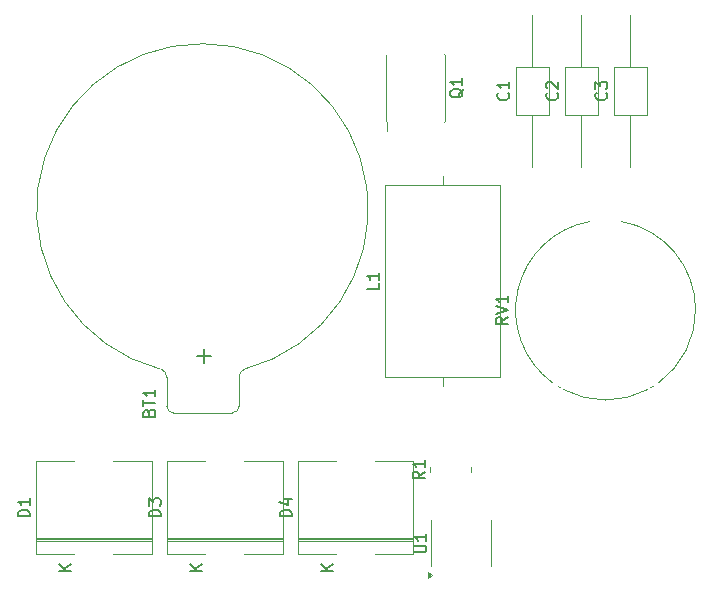
<source format=gbr>
%TF.GenerationSoftware,KiCad,Pcbnew,9.0.0*%
%TF.CreationDate,2025-03-24T09:19:30+05:30*%
%TF.ProjectId,boost_converter,626f6f73-745f-4636-9f6e-766572746572,rev?*%
%TF.SameCoordinates,Original*%
%TF.FileFunction,Legend,Top*%
%TF.FilePolarity,Positive*%
%FSLAX46Y46*%
G04 Gerber Fmt 4.6, Leading zero omitted, Abs format (unit mm)*
G04 Created by KiCad (PCBNEW 9.0.0) date 2025-03-24 09:19:30*
%MOMM*%
%LPD*%
G01*
G04 APERTURE LIST*
%ADD10C,0.150000*%
%ADD11C,0.120000*%
G04 APERTURE END LIST*
D10*
X147974819Y-107976666D02*
X147498628Y-108309999D01*
X147974819Y-108548094D02*
X146974819Y-108548094D01*
X146974819Y-108548094D02*
X146974819Y-108167142D01*
X146974819Y-108167142D02*
X147022438Y-108071904D01*
X147022438Y-108071904D02*
X147070057Y-108024285D01*
X147070057Y-108024285D02*
X147165295Y-107976666D01*
X147165295Y-107976666D02*
X147308152Y-107976666D01*
X147308152Y-107976666D02*
X147403390Y-108024285D01*
X147403390Y-108024285D02*
X147451009Y-108071904D01*
X147451009Y-108071904D02*
X147498628Y-108167142D01*
X147498628Y-108167142D02*
X147498628Y-108548094D01*
X147974819Y-107024285D02*
X147974819Y-107595713D01*
X147974819Y-107309999D02*
X146974819Y-107309999D01*
X146974819Y-107309999D02*
X147117676Y-107405237D01*
X147117676Y-107405237D02*
X147212914Y-107500475D01*
X147212914Y-107500475D02*
X147260533Y-107595713D01*
X155039580Y-75916666D02*
X155087200Y-75964285D01*
X155087200Y-75964285D02*
X155134819Y-76107142D01*
X155134819Y-76107142D02*
X155134819Y-76202380D01*
X155134819Y-76202380D02*
X155087200Y-76345237D01*
X155087200Y-76345237D02*
X154991961Y-76440475D01*
X154991961Y-76440475D02*
X154896723Y-76488094D01*
X154896723Y-76488094D02*
X154706247Y-76535713D01*
X154706247Y-76535713D02*
X154563390Y-76535713D01*
X154563390Y-76535713D02*
X154372914Y-76488094D01*
X154372914Y-76488094D02*
X154277676Y-76440475D01*
X154277676Y-76440475D02*
X154182438Y-76345237D01*
X154182438Y-76345237D02*
X154134819Y-76202380D01*
X154134819Y-76202380D02*
X154134819Y-76107142D01*
X154134819Y-76107142D02*
X154182438Y-75964285D01*
X154182438Y-75964285D02*
X154230057Y-75916666D01*
X155134819Y-74964285D02*
X155134819Y-75535713D01*
X155134819Y-75249999D02*
X154134819Y-75249999D01*
X154134819Y-75249999D02*
X154277676Y-75345237D01*
X154277676Y-75345237D02*
X154372914Y-75440475D01*
X154372914Y-75440475D02*
X154420533Y-75535713D01*
X151250057Y-75575238D02*
X151202438Y-75670476D01*
X151202438Y-75670476D02*
X151107200Y-75765714D01*
X151107200Y-75765714D02*
X150964342Y-75908571D01*
X150964342Y-75908571D02*
X150916723Y-76003809D01*
X150916723Y-76003809D02*
X150916723Y-76099047D01*
X151154819Y-76051428D02*
X151107200Y-76146666D01*
X151107200Y-76146666D02*
X151011961Y-76241904D01*
X151011961Y-76241904D02*
X150821485Y-76289523D01*
X150821485Y-76289523D02*
X150488152Y-76289523D01*
X150488152Y-76289523D02*
X150297676Y-76241904D01*
X150297676Y-76241904D02*
X150202438Y-76146666D01*
X150202438Y-76146666D02*
X150154819Y-76051428D01*
X150154819Y-76051428D02*
X150154819Y-75860952D01*
X150154819Y-75860952D02*
X150202438Y-75765714D01*
X150202438Y-75765714D02*
X150297676Y-75670476D01*
X150297676Y-75670476D02*
X150488152Y-75622857D01*
X150488152Y-75622857D02*
X150821485Y-75622857D01*
X150821485Y-75622857D02*
X151011961Y-75670476D01*
X151011961Y-75670476D02*
X151107200Y-75765714D01*
X151107200Y-75765714D02*
X151154819Y-75860952D01*
X151154819Y-75860952D02*
X151154819Y-76051428D01*
X151154819Y-74670476D02*
X151154819Y-75241904D01*
X151154819Y-74956190D02*
X150154819Y-74956190D01*
X150154819Y-74956190D02*
X150297676Y-75051428D01*
X150297676Y-75051428D02*
X150392914Y-75146666D01*
X150392914Y-75146666D02*
X150440533Y-75241904D01*
X144084819Y-92006666D02*
X144084819Y-92482856D01*
X144084819Y-92482856D02*
X143084819Y-92482856D01*
X144084819Y-91149523D02*
X144084819Y-91720951D01*
X144084819Y-91435237D02*
X143084819Y-91435237D01*
X143084819Y-91435237D02*
X143227676Y-91530475D01*
X143227676Y-91530475D02*
X143322914Y-91625713D01*
X143322914Y-91625713D02*
X143370533Y-91720951D01*
X159189580Y-75916666D02*
X159237200Y-75964285D01*
X159237200Y-75964285D02*
X159284819Y-76107142D01*
X159284819Y-76107142D02*
X159284819Y-76202380D01*
X159284819Y-76202380D02*
X159237200Y-76345237D01*
X159237200Y-76345237D02*
X159141961Y-76440475D01*
X159141961Y-76440475D02*
X159046723Y-76488094D01*
X159046723Y-76488094D02*
X158856247Y-76535713D01*
X158856247Y-76535713D02*
X158713390Y-76535713D01*
X158713390Y-76535713D02*
X158522914Y-76488094D01*
X158522914Y-76488094D02*
X158427676Y-76440475D01*
X158427676Y-76440475D02*
X158332438Y-76345237D01*
X158332438Y-76345237D02*
X158284819Y-76202380D01*
X158284819Y-76202380D02*
X158284819Y-76107142D01*
X158284819Y-76107142D02*
X158332438Y-75964285D01*
X158332438Y-75964285D02*
X158380057Y-75916666D01*
X158380057Y-75535713D02*
X158332438Y-75488094D01*
X158332438Y-75488094D02*
X158284819Y-75392856D01*
X158284819Y-75392856D02*
X158284819Y-75154761D01*
X158284819Y-75154761D02*
X158332438Y-75059523D01*
X158332438Y-75059523D02*
X158380057Y-75011904D01*
X158380057Y-75011904D02*
X158475295Y-74964285D01*
X158475295Y-74964285D02*
X158570533Y-74964285D01*
X158570533Y-74964285D02*
X158713390Y-75011904D01*
X158713390Y-75011904D02*
X159284819Y-75583332D01*
X159284819Y-75583332D02*
X159284819Y-74964285D01*
X125629819Y-111768094D02*
X124629819Y-111768094D01*
X124629819Y-111768094D02*
X124629819Y-111529999D01*
X124629819Y-111529999D02*
X124677438Y-111387142D01*
X124677438Y-111387142D02*
X124772676Y-111291904D01*
X124772676Y-111291904D02*
X124867914Y-111244285D01*
X124867914Y-111244285D02*
X125058390Y-111196666D01*
X125058390Y-111196666D02*
X125201247Y-111196666D01*
X125201247Y-111196666D02*
X125391723Y-111244285D01*
X125391723Y-111244285D02*
X125486961Y-111291904D01*
X125486961Y-111291904D02*
X125582200Y-111387142D01*
X125582200Y-111387142D02*
X125629819Y-111529999D01*
X125629819Y-111529999D02*
X125629819Y-111768094D01*
X124629819Y-110863332D02*
X124629819Y-110244285D01*
X124629819Y-110244285D02*
X125010771Y-110577618D01*
X125010771Y-110577618D02*
X125010771Y-110434761D01*
X125010771Y-110434761D02*
X125058390Y-110339523D01*
X125058390Y-110339523D02*
X125106009Y-110291904D01*
X125106009Y-110291904D02*
X125201247Y-110244285D01*
X125201247Y-110244285D02*
X125439342Y-110244285D01*
X125439342Y-110244285D02*
X125534580Y-110291904D01*
X125534580Y-110291904D02*
X125582200Y-110339523D01*
X125582200Y-110339523D02*
X125629819Y-110434761D01*
X125629819Y-110434761D02*
X125629819Y-110720475D01*
X125629819Y-110720475D02*
X125582200Y-110815713D01*
X125582200Y-110815713D02*
X125534580Y-110863332D01*
X129114819Y-116371904D02*
X128114819Y-116371904D01*
X129114819Y-115800476D02*
X128543390Y-116229047D01*
X128114819Y-115800476D02*
X128686247Y-116371904D01*
X136719819Y-111768094D02*
X135719819Y-111768094D01*
X135719819Y-111768094D02*
X135719819Y-111529999D01*
X135719819Y-111529999D02*
X135767438Y-111387142D01*
X135767438Y-111387142D02*
X135862676Y-111291904D01*
X135862676Y-111291904D02*
X135957914Y-111244285D01*
X135957914Y-111244285D02*
X136148390Y-111196666D01*
X136148390Y-111196666D02*
X136291247Y-111196666D01*
X136291247Y-111196666D02*
X136481723Y-111244285D01*
X136481723Y-111244285D02*
X136576961Y-111291904D01*
X136576961Y-111291904D02*
X136672200Y-111387142D01*
X136672200Y-111387142D02*
X136719819Y-111529999D01*
X136719819Y-111529999D02*
X136719819Y-111768094D01*
X136053152Y-110339523D02*
X136719819Y-110339523D01*
X135672200Y-110577618D02*
X136386485Y-110815713D01*
X136386485Y-110815713D02*
X136386485Y-110196666D01*
X140204819Y-116371904D02*
X139204819Y-116371904D01*
X140204819Y-115800476D02*
X139633390Y-116229047D01*
X139204819Y-115800476D02*
X139776247Y-116371904D01*
X163339580Y-75916666D02*
X163387200Y-75964285D01*
X163387200Y-75964285D02*
X163434819Y-76107142D01*
X163434819Y-76107142D02*
X163434819Y-76202380D01*
X163434819Y-76202380D02*
X163387200Y-76345237D01*
X163387200Y-76345237D02*
X163291961Y-76440475D01*
X163291961Y-76440475D02*
X163196723Y-76488094D01*
X163196723Y-76488094D02*
X163006247Y-76535713D01*
X163006247Y-76535713D02*
X162863390Y-76535713D01*
X162863390Y-76535713D02*
X162672914Y-76488094D01*
X162672914Y-76488094D02*
X162577676Y-76440475D01*
X162577676Y-76440475D02*
X162482438Y-76345237D01*
X162482438Y-76345237D02*
X162434819Y-76202380D01*
X162434819Y-76202380D02*
X162434819Y-76107142D01*
X162434819Y-76107142D02*
X162482438Y-75964285D01*
X162482438Y-75964285D02*
X162530057Y-75916666D01*
X162434819Y-75583332D02*
X162434819Y-74964285D01*
X162434819Y-74964285D02*
X162815771Y-75297618D01*
X162815771Y-75297618D02*
X162815771Y-75154761D01*
X162815771Y-75154761D02*
X162863390Y-75059523D01*
X162863390Y-75059523D02*
X162911009Y-75011904D01*
X162911009Y-75011904D02*
X163006247Y-74964285D01*
X163006247Y-74964285D02*
X163244342Y-74964285D01*
X163244342Y-74964285D02*
X163339580Y-75011904D01*
X163339580Y-75011904D02*
X163387200Y-75059523D01*
X163387200Y-75059523D02*
X163434819Y-75154761D01*
X163434819Y-75154761D02*
X163434819Y-75440475D01*
X163434819Y-75440475D02*
X163387200Y-75535713D01*
X163387200Y-75535713D02*
X163339580Y-75583332D01*
X124635589Y-102985714D02*
X124683208Y-102842857D01*
X124683208Y-102842857D02*
X124730827Y-102795238D01*
X124730827Y-102795238D02*
X124826065Y-102747619D01*
X124826065Y-102747619D02*
X124968922Y-102747619D01*
X124968922Y-102747619D02*
X125064160Y-102795238D01*
X125064160Y-102795238D02*
X125111780Y-102842857D01*
X125111780Y-102842857D02*
X125159399Y-102938095D01*
X125159399Y-102938095D02*
X125159399Y-103319047D01*
X125159399Y-103319047D02*
X124159399Y-103319047D01*
X124159399Y-103319047D02*
X124159399Y-102985714D01*
X124159399Y-102985714D02*
X124207018Y-102890476D01*
X124207018Y-102890476D02*
X124254637Y-102842857D01*
X124254637Y-102842857D02*
X124349875Y-102795238D01*
X124349875Y-102795238D02*
X124445113Y-102795238D01*
X124445113Y-102795238D02*
X124540351Y-102842857D01*
X124540351Y-102842857D02*
X124587970Y-102890476D01*
X124587970Y-102890476D02*
X124635589Y-102985714D01*
X124635589Y-102985714D02*
X124635589Y-103319047D01*
X124159399Y-102461904D02*
X124159399Y-101890476D01*
X125159399Y-102176190D02*
X124159399Y-102176190D01*
X125159399Y-101033333D02*
X125159399Y-101604761D01*
X125159399Y-101319047D02*
X124159399Y-101319047D01*
X124159399Y-101319047D02*
X124302256Y-101414285D01*
X124302256Y-101414285D02*
X124397494Y-101509523D01*
X124397494Y-101509523D02*
X124445113Y-101604761D01*
X129319280Y-98771428D02*
X129319280Y-97628571D01*
X129890708Y-98199999D02*
X128747851Y-98199999D01*
X147104819Y-114821904D02*
X147914342Y-114821904D01*
X147914342Y-114821904D02*
X148009580Y-114774285D01*
X148009580Y-114774285D02*
X148057200Y-114726666D01*
X148057200Y-114726666D02*
X148104819Y-114631428D01*
X148104819Y-114631428D02*
X148104819Y-114440952D01*
X148104819Y-114440952D02*
X148057200Y-114345714D01*
X148057200Y-114345714D02*
X148009580Y-114298095D01*
X148009580Y-114298095D02*
X147914342Y-114250476D01*
X147914342Y-114250476D02*
X147104819Y-114250476D01*
X148104819Y-113250476D02*
X148104819Y-113821904D01*
X148104819Y-113536190D02*
X147104819Y-113536190D01*
X147104819Y-113536190D02*
X147247676Y-113631428D01*
X147247676Y-113631428D02*
X147342914Y-113726666D01*
X147342914Y-113726666D02*
X147390533Y-113821904D01*
X114539819Y-111768094D02*
X113539819Y-111768094D01*
X113539819Y-111768094D02*
X113539819Y-111529999D01*
X113539819Y-111529999D02*
X113587438Y-111387142D01*
X113587438Y-111387142D02*
X113682676Y-111291904D01*
X113682676Y-111291904D02*
X113777914Y-111244285D01*
X113777914Y-111244285D02*
X113968390Y-111196666D01*
X113968390Y-111196666D02*
X114111247Y-111196666D01*
X114111247Y-111196666D02*
X114301723Y-111244285D01*
X114301723Y-111244285D02*
X114396961Y-111291904D01*
X114396961Y-111291904D02*
X114492200Y-111387142D01*
X114492200Y-111387142D02*
X114539819Y-111529999D01*
X114539819Y-111529999D02*
X114539819Y-111768094D01*
X114539819Y-110244285D02*
X114539819Y-110815713D01*
X114539819Y-110529999D02*
X113539819Y-110529999D01*
X113539819Y-110529999D02*
X113682676Y-110625237D01*
X113682676Y-110625237D02*
X113777914Y-110720475D01*
X113777914Y-110720475D02*
X113825533Y-110815713D01*
X118024819Y-116371904D02*
X117024819Y-116371904D01*
X118024819Y-115800476D02*
X117453390Y-116229047D01*
X117024819Y-115800476D02*
X117596247Y-116371904D01*
X155004819Y-94895238D02*
X154528628Y-95228571D01*
X155004819Y-95466666D02*
X154004819Y-95466666D01*
X154004819Y-95466666D02*
X154004819Y-95085714D01*
X154004819Y-95085714D02*
X154052438Y-94990476D01*
X154052438Y-94990476D02*
X154100057Y-94942857D01*
X154100057Y-94942857D02*
X154195295Y-94895238D01*
X154195295Y-94895238D02*
X154338152Y-94895238D01*
X154338152Y-94895238D02*
X154433390Y-94942857D01*
X154433390Y-94942857D02*
X154481009Y-94990476D01*
X154481009Y-94990476D02*
X154528628Y-95085714D01*
X154528628Y-95085714D02*
X154528628Y-95466666D01*
X154004819Y-94609523D02*
X155004819Y-94276190D01*
X155004819Y-94276190D02*
X154004819Y-93942857D01*
X155004819Y-93085714D02*
X155004819Y-93657142D01*
X155004819Y-93371428D02*
X154004819Y-93371428D01*
X154004819Y-93371428D02*
X154147676Y-93466666D01*
X154147676Y-93466666D02*
X154242914Y-93561904D01*
X154242914Y-93561904D02*
X154290533Y-93657142D01*
D11*
%TO.C,R1*%
X148460000Y-107992983D02*
X148460000Y-107627017D01*
X151880000Y-107992983D02*
X151880000Y-107627017D01*
%TO.C,C1*%
X155680000Y-73730000D02*
X155680000Y-77770000D01*
X155680000Y-77770000D02*
X158520000Y-77770000D01*
X157100000Y-69290000D02*
X157100000Y-73730000D01*
X157100000Y-82210000D02*
X157100000Y-77770000D01*
X158520000Y-73730000D02*
X155680000Y-73730000D01*
X158520000Y-77770000D02*
X158520000Y-73730000D01*
%TO.C,Q1*%
X144700000Y-72680000D02*
X144800000Y-72580000D01*
X144700000Y-78280000D02*
X144700000Y-72680000D01*
X144800000Y-78380000D02*
X144700000Y-78280000D01*
X144800000Y-79130000D02*
X144800000Y-78380000D01*
X149600000Y-72580000D02*
X149700000Y-72680000D01*
X149700000Y-72680000D02*
X149700000Y-78280000D01*
X149700000Y-78280000D02*
X149600000Y-78380000D01*
%TO.C,L1*%
X144630000Y-83720000D02*
X144630000Y-99960000D01*
X144630000Y-99960000D02*
X154370000Y-99960000D01*
X149500000Y-82920000D02*
X149500000Y-83720000D01*
X149500000Y-100760000D02*
X149500000Y-99960000D01*
X154370000Y-83720000D02*
X144630000Y-83720000D01*
X154370000Y-99960000D02*
X154370000Y-83720000D01*
%TO.C,C2*%
X159830000Y-73730000D02*
X159830000Y-77770000D01*
X159830000Y-77770000D02*
X162670000Y-77770000D01*
X161250000Y-69290000D02*
X161250000Y-73730000D01*
X161250000Y-82210000D02*
X161250000Y-77770000D01*
X162670000Y-73730000D02*
X159830000Y-73730000D01*
X162670000Y-77770000D02*
X162670000Y-73730000D01*
%TO.C,D3*%
X126175000Y-107100000D02*
X129420000Y-107100000D01*
X126175000Y-113577000D02*
X135945000Y-113577000D01*
X126175000Y-113697000D02*
X135945000Y-113697000D01*
X126175000Y-113817000D02*
X135945000Y-113817000D01*
X126175000Y-114960000D02*
X126175000Y-107100000D01*
X129420000Y-114960000D02*
X126175000Y-114960000D01*
X132700000Y-114960000D02*
X135945000Y-114960000D01*
X135945000Y-107100000D02*
X132700000Y-107100000D01*
X135945000Y-114960000D02*
X135945000Y-107100000D01*
%TO.C,D4*%
X137265000Y-107100000D02*
X140510000Y-107100000D01*
X137265000Y-113577000D02*
X147035000Y-113577000D01*
X137265000Y-113697000D02*
X147035000Y-113697000D01*
X137265000Y-113817000D02*
X147035000Y-113817000D01*
X137265000Y-114960000D02*
X137265000Y-107100000D01*
X140510000Y-114960000D02*
X137265000Y-114960000D01*
X143790000Y-114960000D02*
X147035000Y-114960000D01*
X147035000Y-107100000D02*
X143790000Y-107100000D01*
X147035000Y-114960000D02*
X147035000Y-107100000D01*
%TO.C,C3*%
X163980000Y-73730000D02*
X163980000Y-77770000D01*
X163980000Y-77770000D02*
X166820000Y-77770000D01*
X165400000Y-69290000D02*
X165400000Y-73730000D01*
X165400000Y-82210000D02*
X165400000Y-77770000D01*
X166820000Y-73730000D02*
X163980000Y-73730000D01*
X166820000Y-77770000D02*
X166820000Y-73730000D01*
%TO.C,BT1*%
X126154580Y-100000000D02*
X126154580Y-102450000D01*
X126704580Y-103000000D02*
X131704580Y-103000000D01*
X132254580Y-102450000D02*
X132254580Y-100000000D01*
X125599811Y-99300000D02*
G75*
G02*
X129204580Y-71750000I3520069J13550250D01*
G01*
X125684580Y-99300000D02*
G75*
G02*
X126154578Y-100000000I-286280J-700000D01*
G01*
X126704580Y-103000000D02*
G75*
G02*
X126154580Y-102450000I-1J549999D01*
G01*
X129204580Y-71750000D02*
G75*
G02*
X132724580Y-99300000I-32J-13999875D01*
G01*
X132254580Y-100000000D02*
G75*
G02*
X132724579Y-99299998I756280J0D01*
G01*
X132254580Y-102450000D02*
G75*
G02*
X131704580Y-103000000I-549999J-1D01*
G01*
%TO.C,U1*%
X148490000Y-114060000D02*
X148490000Y-112110000D01*
X148490000Y-114060000D02*
X148490000Y-116010000D01*
X153610000Y-114060000D02*
X153610000Y-112110000D01*
X153610000Y-114060000D02*
X153610000Y-116010000D01*
X148585000Y-116760000D02*
X148255000Y-117000000D01*
X148255000Y-116520000D01*
X148585000Y-116760000D01*
G36*
X148585000Y-116760000D02*
G01*
X148255000Y-117000000D01*
X148255000Y-116520000D01*
X148585000Y-116760000D01*
G37*
%TO.C,D1*%
X115085000Y-107100000D02*
X118330000Y-107100000D01*
X115085000Y-113577000D02*
X124855000Y-113577000D01*
X115085000Y-113697000D02*
X124855000Y-113697000D01*
X115085000Y-113817000D02*
X124855000Y-113817000D01*
X115085000Y-114960000D02*
X115085000Y-107100000D01*
X118330000Y-114960000D02*
X115085000Y-114960000D01*
X121610000Y-114960000D02*
X124855000Y-114960000D01*
X124855000Y-107100000D02*
X121610000Y-107100000D01*
X124855000Y-114960000D02*
X124855000Y-107100000D01*
%TO.C,RV1*%
X158819693Y-100464378D02*
G75*
G02*
X161978000Y-86795000I4480307J6164378D01*
G01*
X159489945Y-100897988D02*
G75*
G02*
X159261999Y-100761001I3809355J6596888D01*
G01*
X164623199Y-86795765D02*
G75*
G02*
X170920000Y-94300000I-1323199J-7504235D01*
G01*
X166876144Y-101027987D02*
G75*
G02*
X159722000Y-101027000I-3576144J6727987D01*
G01*
X167336981Y-100762048D02*
G75*
G02*
X167109000Y-100898999I-4036481J6461248D01*
G01*
X170918548Y-94167936D02*
G75*
G02*
X167778000Y-100465000I-7618548J-132064D01*
G01*
%TD*%
M02*

</source>
